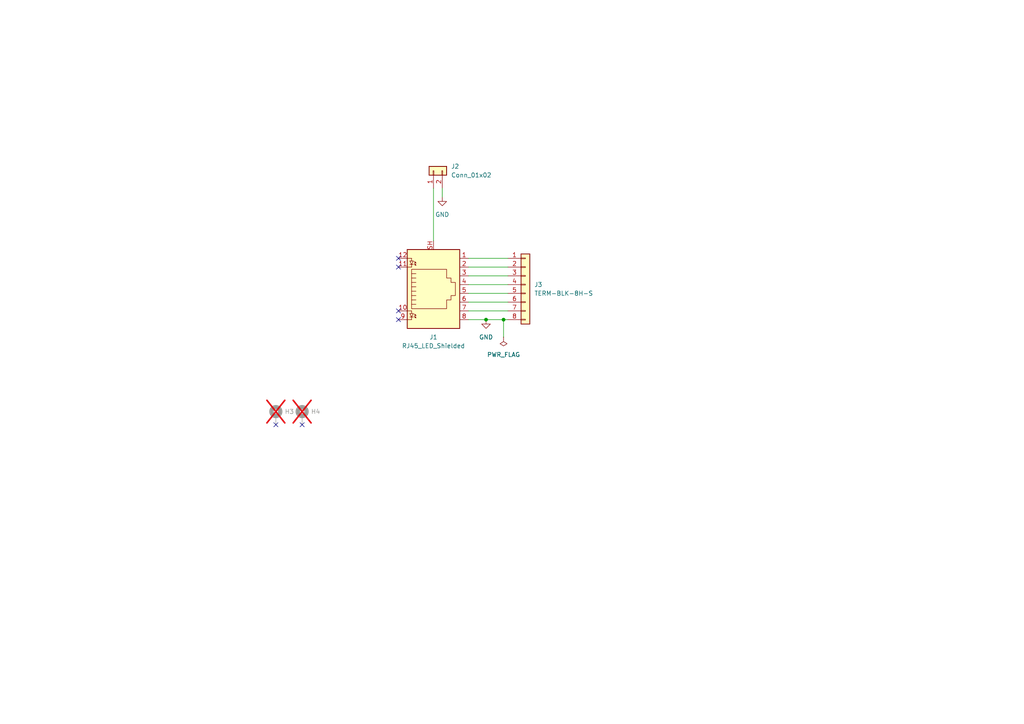
<source format=kicad_sch>
(kicad_sch (version 20231120) (generator "eeschema") (generator_version "8.0")
  (paper "A4")
  (lib_symbols
    (symbol "Connector_Generic:Conn_01x02" (pin_names (offset 1.016) hide)
      (property "Reference" "J" (at 0 2.54 0))
      (property "Value" "Conn_01x02" (at 0 -5.08 0))
      (symbol "Conn_01x02_1_1"
        (rectangle (start -1.27 -2.413) (end 0 -2.667) (stroke (width 0.1524)))
        (rectangle (start -1.27 0.127) (end 0 -0.127) (stroke (width 0.1524)))
        (rectangle (start -1.27 1.27) (end 1.27 -3.81) (stroke (width 0.254)) (fill (type background)))
        (pin passive line (at -5.08 0 0) (length 3.81) (name "Pin_1") (number "1"))
        (pin passive line (at -5.08 -2.54 0) (length 3.81) (name "Pin_2") (number "2"))
      )
    )
    (symbol "hadv-connectors:RJ45_LED_Shielded" (pin_names (offset 1.016))
      (property "Reference" "J" (at -5.08 13.97 0))
      (property "Value" "RJ45_LED_Shielded" (at 1.27 13.97 0))
      (symbol "RJ45_LED_Shielded_0_1"
        (polyline (pts (xy -7.62 -7.62) (xy -6.35 -7.62)))
        (polyline (pts (xy -7.62 -5.08) (xy -6.35 -5.08)))
        (polyline (pts (xy -7.62 7.62) (xy -6.35 7.62)))
        (polyline (pts (xy -7.62 10.16) (xy -6.35 10.16)))
        (polyline (pts (xy -6.858 -5.842) (xy -5.842 -5.842)))
        (polyline (pts (xy -6.858 9.398) (xy -5.842 9.398)))
        (polyline (pts (xy -6.35 -7.62) (xy -6.35 -6.858)))
        (polyline (pts (xy -6.35 -5.08) (xy -6.35 -5.842)))
        (polyline (pts (xy -6.35 7.62) (xy -6.35 8.382)))
        (polyline (pts (xy -6.35 10.16) (xy -6.35 9.398)))
        (polyline (pts (xy -5.08 -6.223) (xy -5.207 -6.604)))
        (polyline (pts (xy -5.08 -5.588) (xy -5.207 -5.969)))
        (polyline (pts (xy -5.08 4.445) (xy -6.35 4.445)))
        (polyline (pts (xy -5.08 5.715) (xy -6.35 5.715)))
        (polyline (pts (xy -5.08 9.017) (xy -5.207 8.636)))
        (polyline (pts (xy -5.08 9.652) (xy -5.207 9.271)))
        (polyline (pts (xy -6.35 -3.175) (xy -5.08 -3.175) (xy -5.08 -3.175)))
        (polyline (pts (xy -6.35 -1.905) (xy -5.08 -1.905) (xy -5.08 -1.905)))
        (polyline (pts (xy -6.35 -0.635) (xy -5.08 -0.635) (xy -5.08 -0.635)))
        (polyline (pts (xy -6.35 0.635) (xy -5.08 0.635) (xy -5.08 0.635)))
        (polyline (pts (xy -6.35 1.905) (xy -5.08 1.905) (xy -5.08 1.905)))
        (polyline (pts (xy -5.588 -6.731) (xy -5.08 -6.223) (xy -5.461 -6.35)))
        (polyline (pts (xy -5.588 -6.096) (xy -5.08 -5.588) (xy -5.461 -5.715)))
        (polyline (pts (xy -5.588 8.509) (xy -5.08 9.017) (xy -5.461 8.89)))
        (polyline (pts (xy -5.588 9.144) (xy -5.08 9.652) (xy -5.461 9.525)))
        (polyline (pts (xy -5.08 3.175) (xy -6.35 3.175) (xy -6.35 3.175)))
        (polyline (pts (xy -6.35 -5.842) (xy -6.858 -6.858) (xy -5.842 -6.858) (xy -6.35 -5.842)))
        (polyline (pts (xy -6.35 9.398) (xy -6.858 8.382) (xy -5.842 8.382) (xy -6.35 9.398)))
        (polyline (pts (xy -6.35 -4.445) (xy -6.35 6.985) (xy 3.81 6.985) (xy 3.81 4.445) (xy 5.08 4.445) (xy 5.08 3.175) (xy 6.35 3.175) (xy 6.35 -0.635) (xy 5.08 -0.635) (xy 5.08 -1.905) (xy 3.81 -1.905) (xy 3.81 -4.445) (xy -6.35 -4.445) (xy -6.35 -4.445)))
        (rectangle (start 7.62 12.7) (end -7.62 -10.16) (stroke (width 0.254)) (fill (type background)))
      )
      (symbol "RJ45_LED_Shielded_1_1"
        (pin passive line (at 10.16 -7.62 180) (length 2.54) (name "~") (number "1"))
        (pin passive line (at -10.16 7.62 0) (length 2.54) (name "~") (number "10"))
        (pin passive line (at -10.16 -5.08 0) (length 2.54) (name "~") (number "11"))
        (pin passive line (at -10.16 -7.62 0) (length 2.54) (name "~") (number "12"))
        (pin passive line (at 10.16 -5.08 180) (length 2.54) (name "~") (number "2"))
        (pin passive line (at 10.16 -2.54 180) (length 2.54) (name "~") (number "3"))
        (pin passive line (at 10.16 0 180) (length 2.54) (name "~") (number "4"))
        (pin passive line (at 10.16 2.54 180) (length 2.54) (name "~") (number "5"))
        (pin passive line (at 10.16 5.08 180) (length 2.54) (name "~") (number "6"))
        (pin passive line (at 10.16 7.62 180) (length 2.54) (name "~") (number "7"))
        (pin passive line (at 10.16 10.16 180) (length 2.54) (name "~") (number "8"))
        (pin passive line (at -10.16 10.16 0) (length 2.54) (name "~") (number "9"))
        (pin passive line (at 0 -12.7 90) (length 2.54) (name "~") (number "SH"))
      )
    )
    (symbol "hadv-connectors:TERM-BLK-8H-S" (pin_names (offset 1.016) hide)
      (property "Reference" "J" (at 0 10.16 0))
      (property "Value" "TERM-BLK-8H-S" (at 0 -12.7 0))
      (symbol "TERM-BLK-8H-S_1_1"
        (rectangle (start -1.27 -10.033) (end 0 -10.287) (stroke (width 0.1524)))
        (rectangle (start -1.27 -7.493) (end 0 -7.747) (stroke (width 0.1524)))
        (rectangle (start -1.27 -4.953) (end 0 -5.207) (stroke (width 0.1524)))
        (rectangle (start -1.27 -2.413) (end 0 -2.667) (stroke (width 0.1524)))
        (rectangle (start -1.27 0.127) (end 0 -0.127) (stroke (width 0.1524)))
        (rectangle (start -1.27 2.667) (end 0 2.413) (stroke (width 0.1524)))
        (rectangle (start -1.27 5.207) (end 0 4.953) (stroke (width 0.1524)))
        (rectangle (start -1.27 7.747) (end 0 7.493) (stroke (width 0.1524)))
        (rectangle (start -1.27 8.89) (end 1.27 -11.43) (stroke (width 0.254)) (fill (type background)))
        (pin passive line (at -5.08 7.62 0) (length 3.81) (name "Pin_1") (number "1"))
        (pin passive line (at -5.08 5.08 0) (length 3.81) (name "Pin_2") (number "2"))
        (pin passive line (at -5.08 2.54 0) (length 3.81) (name "Pin_3") (number "3"))
        (pin passive line (at -5.08 0 0) (length 3.81) (name "Pin_4") (number "4"))
        (pin passive line (at -5.08 -2.54 0) (length 3.81) (name "Pin_5") (number "5"))
        (pin passive line (at -5.08 -5.08 0) (length 3.81) (name "Pin_6") (number "6"))
        (pin passive line (at -5.08 -7.62 0) (length 3.81) (name "Pin_7") (number "7"))
        (pin passive line (at -5.08 -10.16 0) (length 3.81) (name "Pin_8") (number "8"))
      )
    )
    (symbol "hadv-mechanical:MH_3.2mm" (pin_numbers hide) (pin_names (offset 1.016) hide) (in_bom no)
      (property "Reference" "H" (at 0 6.985 0))
      (symbol "MH_3.2mm_0_1"
        (circle (center 0 3.81) (radius 1.27) (stroke (width 1.27)))
      )
      (symbol "MH_3.2mm_1_1"
        (pin input line (at 0 0 90) (length 2.54) (name "1") (number "1"))
      )
    )
    (symbol "power:GND" (power) (pin_numbers hide) (pin_names (offset 0) hide)
      (property "Value" "GND" (at 0 -3.81 0))
      (symbol "GND_0_1"
        (polyline (pts (xy 0 0) (xy 0 -1.27) (xy 1.27 -1.27) (xy 0 -2.54) (xy -1.27 -1.27) (xy 0 -1.27)))
      )
      (symbol "GND_1_1"
        (pin power_in line (at 0 0 270) (length 0) (name "~") (number "1"))
      )
    )
    (symbol "power:PWR_FLAG" (power) (pin_numbers hide) (pin_names (offset 0) hide)
      (property "Value" "PWR_FLAG" (at 0 3.81 0))
      (symbol "PWR_FLAG_0_0"
        (pin power_out line (at 0 0 90) (length 0) (name "~") (number "1"))
      )
      (symbol "PWR_FLAG_0_1"
        (polyline (pts (xy 0 0) (xy 0 1.27) (xy -1.016 1.905) (xy 0 2.54) (xy 1.016 1.905) (xy 0 1.27)))
      )
    )
  )
  (junction (at 146.05 92.71))
  (junction (at 140.97 92.71))
  (no_connect (at 115.57 74.93))
  (no_connect (at 80.01 123.19))
  (no_connect (at 115.57 92.71))
  (no_connect (at 115.57 90.17))
  (no_connect (at 87.63 123.19))
  (no_connect (at 115.57 77.47))
  (wire (pts (xy 135.89 85.09) (xy 147.32 85.09)))
  (wire (pts (xy 128.27 54.61) (xy 128.27 57.15)))
  (wire (pts (xy 146.05 92.71) (xy 147.32 92.71)))
  (wire (pts (xy 135.89 77.47) (xy 147.32 77.47)))
  (wire (pts (xy 135.89 87.63) (xy 147.32 87.63)))
  (wire (pts (xy 135.89 82.55) (xy 147.32 82.55)))
  (wire (pts (xy 135.89 74.93) (xy 147.32 74.93)))
  (wire (pts (xy 135.89 90.17) (xy 147.32 90.17)))
  (wire (pts (xy 140.97 92.71) (xy 146.05 92.71)))
  (wire (pts (xy 125.73 54.61) (xy 125.73 69.85)))
  (wire (pts (xy 135.89 80.01) (xy 147.32 80.01)))
  (wire (pts (xy 135.89 92.71) (xy 140.97 92.71)))
  (wire (pts (xy 146.05 92.71) (xy 146.05 97.79)))
  (symbol (lib_id "hadv-connectors:RJ45_LED_Shielded") (at 125.73 82.55 0) (mirror x) (unit 1)
    (property "Reference" "J1" (at 125.73 97.79 0))
    (property "Value" "RJ45_LED_Shielded" (at 125.73 100.33 0))
    (property "Footprint" "hadv-connectors:R-RJ45R08P-C000" (effects (hide yes)))
    (property "Description" "RJ connector, 8P8C (8 positions 8 connected), two LEDs, RJ45, Shielded" (effects (hide yes)))
    (property "MPN" "R-RJ45R08P-C000" (effects (hide yes)))
    (property "Manufacturer" "Ckmtw(Shenzhen Cankemeng)" (effects (hide yes)))
    (property "LCSC#" "C386757" (effects (hide yes)))
  )
  (symbol (lib_id "Connector_Generic:Conn_01x02") (at 125.73 49.53 90) (unit 1)
    (property "Reference" "J2" (at 130.81 48.2599 90) (effects (justify right)))
    (property "Value" "Conn_01x02" (at 130.81 50.7999 90) (effects (justify right)))
    (property "Footprint" "Connector_PinHeader_2.54mm:PinHeader_1x02_P2.54mm_Vertical" (effects (hide yes)))
    (property "Description" "Generic connector, single row, 01x02, script generated (kicad-library-utils/schlib/autogen/connector/)" (effects (hide yes)))
  )
  (symbol (lib_id "power:GND") (at 128.27 57.15 0) (unit 1)
    (property "Reference" "#PWR02" (effects (hide yes)))
    (property "Value" "GND" (at 128.27 62.23 0))
    (property "Description" "Power symbol creates a global label with name \"GND\" , ground" (effects (hide yes)))
  )
  (symbol (lib_id "hadv-connectors:TERM-BLK-8H-S") (at 152.4 82.55 0) (unit 1)
    (property "Reference" "J3" (at 154.94 82.5499 0) (effects (justify left)))
    (property "Value" "TERM-BLK-8H-S" (at 154.94 85.0899 0) (effects (justify left)))
    (property "Footprint" "hadv-connectors:MX250-3.5-08P-B" (effects (hide yes)))
    (property "Description" "3.5mm 16~22 -40℃~+105℃ 8A 8P Tin Brass Alloy 300V Gray Spring Clamp System Terminal Block ROHS" (effects (hide yes)))
    (property "MPN" "MX250-3.5-08P-B-GY01-Cu-A" (effects (hide yes)))
    (property "Manufacturer" "MAX" (effects (hide yes)))
    (property "LCSC#" "C7470122" (effects (hide yes)))
  )
  (symbol (lib_id "power:GND") (at 140.97 92.71 0) (unit 1)
    (property "Reference" "#PWR01" (effects (hide yes)))
    (property "Value" "GND" (at 140.97 97.79 0))
    (property "Description" "Power symbol creates a global label with name \"GND\" , ground" (effects (hide yes)))
  )
  (symbol (lib_id "hadv-mechanical:MH_3.2mm") (at 80.01 123.19 0) (unit 1) (in_bom no) (dnp yes)
    (property "Reference" "H3" (at 82.55 119.3799 0) (effects (justify left)))
    (property "Value" "MH_3.2mm" (effects (hide yes)))
    (property "Footprint" "MountingHole:MountingHole_3.2mm_M3_Pad_Via" (effects (hide yes)))
    (property "Description" "Mounting Hole with pad for M3 bolt" (effects (hide yes)))
  )
  (symbol (lib_id "power:PWR_FLAG") (at 146.05 97.79 180) (unit 1)
    (property "Reference" "#FLG01" (effects (hide yes)))
    (property "Value" "PWR_FLAG" (at 146.05 102.87 0))
    (property "Description" "Special symbol for telling ERC where power comes from" (effects (hide yes)))
  )
  (symbol (lib_id "hadv-mechanical:MH_3.2mm") (at 87.63 123.19 0) (unit 1) (in_bom no) (dnp yes)
    (property "Reference" "H4" (at 90.17 119.3799 0) (effects (justify left)))
    (property "Value" "MH_3.2mm" (effects (hide yes)))
    (property "Footprint" "MountingHole:MountingHole_3.2mm_M3_Pad_Via" (effects (hide yes)))
    (property "Description" "Mounting Hole with pad for M3 bolt" (effects (hide yes)))
  )
)
</source>
